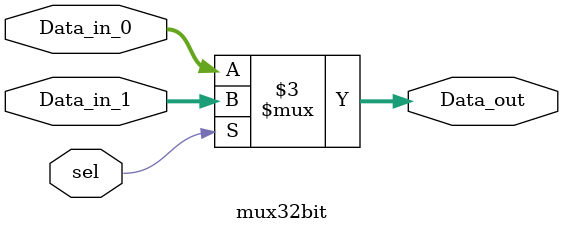
<source format=v>
module mux32bit(
    Data_in_0,
    Data_in_1,
    sel,
    Data_out
    );
	 
    input [31:0] Data_in_0;
    input [31:0] Data_in_1;
    input sel;
    output reg[31:0] Data_out;

    always @(Data_in_0,Data_in_1,sel)
    begin
        case(sel)
		1'b1:
			begin
            			Data_out = Data_in_1;  
			end
		default
			begin
				 Data_out = Data_in_0;
			end
	endcase
  
    end

endmodule 
</source>
